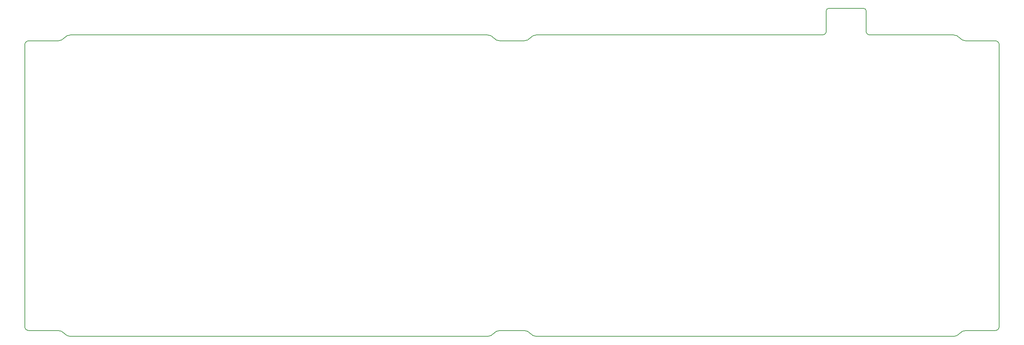
<source format=gbr>
%TF.GenerationSoftware,KiCad,Pcbnew,8.0.8*%
%TF.CreationDate,2025-02-23T20:38:21+01:00*%
%TF.ProjectId,forti rev 3,666f7274-6920-4726-9576-20332e6b6963,rev?*%
%TF.SameCoordinates,Original*%
%TF.FileFunction,Profile,NP*%
%FSLAX46Y46*%
G04 Gerber Fmt 4.6, Leading zero omitted, Abs format (unit mm)*
G04 Created by KiCad (PCBNEW 8.0.8) date 2025-02-23 20:38:21*
%MOMM*%
%LPD*%
G01*
G04 APERTURE LIST*
%TA.AperFunction,Profile*%
%ADD10C,0.200000*%
%TD*%
G04 APERTURE END LIST*
D10*
X146950712Y-33232775D02*
G75*
G02*
X145396397Y-32491388I-12J1999975D01*
G01*
X153086788Y-33232775D02*
X146950712Y-33232775D01*
X28193750Y-106470790D02*
X35612746Y-106470790D01*
X238762500Y-25075000D02*
X229762500Y-25075000D01*
X229262500Y-25575000D02*
G75*
G02*
X229762500Y-25075000I500000J0D01*
G01*
X145396885Y-107210395D02*
G75*
G02*
X143844015Y-107950012I-1552885J1260395D01*
G01*
X146949754Y-106470791D02*
X153087746Y-106470791D01*
X238762500Y-25075000D02*
G75*
G02*
X239262500Y-25575000I0J-500000D01*
G01*
X228262500Y-31750000D02*
X156195417Y-31750000D01*
X143842083Y-31750000D02*
X38720417Y-31750000D01*
X272843750Y-105470790D02*
X272843750Y-34232775D01*
X229262500Y-25575000D02*
X229262500Y-30750000D01*
X271843750Y-33232775D02*
G75*
G02*
X272843825Y-34232775I50J-1000025D01*
G01*
X154641103Y-32491388D02*
G75*
G02*
X156195417Y-31750014I1554297J-1258612D01*
G01*
X143842083Y-31750000D02*
G75*
G02*
X145396408Y-32491379I17J-2000000D01*
G01*
X271843750Y-33232775D02*
X264425712Y-33232775D01*
X264425712Y-33232775D02*
G75*
G02*
X262871397Y-32491388I-12J1999975D01*
G01*
X264424754Y-106470790D02*
X271843750Y-106470790D01*
X145396885Y-107210395D02*
G75*
G02*
X146949754Y-106470759I1552915J-1260405D01*
G01*
X262871885Y-107210395D02*
G75*
G02*
X261319015Y-107950012I-1552885J1260395D01*
G01*
X38718485Y-107950000D02*
G75*
G02*
X37165624Y-107210388I15J2000000D01*
G01*
X153087746Y-106470791D02*
G75*
G02*
X154640590Y-107210415I-46J-2000009D01*
G01*
X27193750Y-34232775D02*
X27193750Y-105470790D01*
X35611788Y-33232775D02*
X28193750Y-33232775D01*
X154641103Y-32491388D02*
G75*
G02*
X153086788Y-33232775I-1554303J1258588D01*
G01*
X262871885Y-107210395D02*
G75*
G02*
X264424754Y-106470759I1552915J-1260405D01*
G01*
X156193485Y-107950000D02*
X261319015Y-107950000D01*
X261317083Y-31750000D02*
G75*
G02*
X262871408Y-32491379I17J-2000000D01*
G01*
X240262500Y-31750000D02*
G75*
G02*
X239262500Y-30750000I0J1000000D01*
G01*
X28193750Y-106470790D02*
G75*
G02*
X27193710Y-105470790I-50J999990D01*
G01*
X156193485Y-107950000D02*
G75*
G02*
X154640624Y-107210388I15J2000000D01*
G01*
X37166103Y-32491388D02*
G75*
G02*
X35611788Y-33232775I-1554303J1258588D01*
G01*
X229262500Y-30750000D02*
G75*
G02*
X228262500Y-31750000I-1000000J0D01*
G01*
X38718485Y-107950000D02*
X143844015Y-107950000D01*
X261317083Y-31750000D02*
X240262500Y-31750000D01*
X27193750Y-34232775D02*
G75*
G02*
X28193750Y-33232850I999950J-25D01*
G01*
X35612746Y-106470790D02*
G75*
G02*
X37165591Y-107210415I-46J-2000010D01*
G01*
X272843750Y-105470790D02*
G75*
G02*
X271843750Y-106470750I-999950J-10D01*
G01*
X37166103Y-32491388D02*
G75*
G02*
X38720417Y-31750014I1554297J-1258612D01*
G01*
X239262500Y-30750000D02*
X239262500Y-25575000D01*
M02*

</source>
